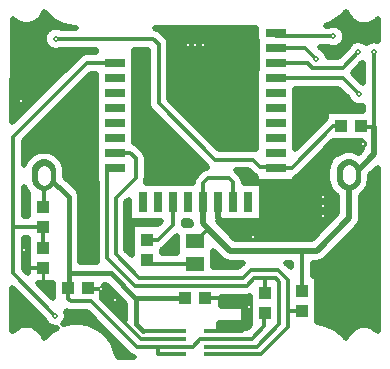
<source format=gbr>
G04 DipTrace 3.2.0.1*
G04 Âåðõíèé.gbr*
%MOIN*%
G04 #@! TF.FileFunction,Copper,L1,Top*
G04 #@! TF.Part,Single*
%AMOUTLINE3*
4,1,16,
-0.041319,-0.011881,
-0.037196,-0.02981,
-0.025701,-0.044175,
-0.009112,-0.052129,
0.009286,-0.052097,
0.025848,-0.044088,
0.037294,-0.029685,
0.041358,-0.011741,
0.041319,0.011881,
0.037196,0.02981,
0.025701,0.044175,
0.009112,0.052129,
-0.009286,0.052097,
-0.025848,0.044088,
-0.037294,0.029685,
-0.041358,0.011741,
-0.041319,-0.011881,
0*%
%ADD15C,0.011811*%
%ADD19C,0.007874*%
%ADD31C,0.043307*%
G04 #@! TA.AperFunction,CopperBalancing*
%ADD10C,0.009843*%
%ADD16C,0.019685*%
G04 #@! TA.AperFunction,ViaPad*
%ADD17C,0.023622*%
G04 #@! TA.AperFunction,Conductor*
%ADD18C,0.015748*%
%ADD20R,0.043307X0.03937*%
%ADD22R,0.059055X0.051181*%
%ADD23R,0.03937X0.043307*%
%ADD24R,0.066929X0.031496*%
%ADD25R,0.031496X0.066929*%
%ADD27R,0.019685X0.01378*%
G04 #@! TA.AperFunction,ViaPad*
%ADD29C,0.027559*%
G04 #@! TA.AperFunction,ComponentPad*
%ADD53OUTLINE3*%
%FSLAX26Y26*%
G04*
G70*
G90*
G75*
G01*
G04 Top*
%LPD*%
X-267717Y73622D2*
D15*
X-216105D1*
X-198134Y55651D1*
Y-8609D1*
X-265948Y-76424D1*
Y-264951D1*
X-186710Y-344190D1*
X158867D1*
X185963Y-317094D1*
X276513D1*
X308490Y-349071D1*
Y-454273D1*
Y-507302D1*
X218004Y-597786D1*
X40354D1*
X355110Y-454273D2*
X308490D1*
X267717Y473622D2*
Y461832D1*
X460089D1*
X267717Y423622D2*
X366883D1*
X402955Y387550D1*
X267717Y373622D2*
X374035D1*
X390542Y357115D1*
X490707D1*
X543394Y409802D1*
X267717Y323622D2*
X491969D1*
X546163Y269428D1*
X25000Y-90551D2*
D16*
Y-161104D1*
X43219Y-179323D1*
X115777Y-251881D1*
X349588D1*
X405008D1*
X512682Y-144206D1*
Y852D1*
X527923D1*
X595969Y68898D1*
Y159873D1*
D15*
Y409114D1*
X511240Y852D2*
D16*
X512682D1*
X595969Y159873D2*
D15*
X555356D1*
X552980Y162248D1*
X0Y-221343D2*
X1199D1*
X43219Y-179323D1*
X125000Y-90551D2*
Y-24446D1*
X111782Y-11228D1*
X43268D1*
X27025Y-27471D1*
Y-88526D1*
X25000Y-90551D1*
X355110Y-387344D2*
Y-257403D1*
X349588Y-251881D1*
X75000Y-90551D2*
D16*
Y-144850D1*
X137661Y-207512D1*
X191719D1*
X304341D1*
X352189Y-159664D1*
Y-12340D1*
X468976Y104448D1*
X560121D1*
X190810Y-206501D2*
D15*
X191719Y-207512D1*
X40354Y-521014D2*
X155367D1*
X180446Y-495936D1*
Y-441051D1*
X33465Y-408298D2*
X171770D1*
X180446Y-416974D1*
Y-441051D1*
X-40354Y-546605D2*
X-182155D1*
X-314379Y-414381D1*
Y-384352D1*
X-320110Y-378621D1*
X-342962D1*
X-314346D1*
X-342962D2*
X-356839Y-377710D1*
X-570508Y-251125D2*
Y-293041D1*
X-551969Y-311580D1*
X-510163D1*
X-507686Y-309104D1*
X-267717Y373622D2*
X-361768D1*
X-608394Y126996D1*
Y-174217D1*
Y-327615D1*
X-467571Y-468438D1*
X-507864Y-174217D2*
X-608394D1*
X-507686Y-242175D2*
Y-174392D1*
X-507864Y-174217D1*
X-464615Y453630D2*
X-139551D1*
X-122444Y436522D1*
Y238617D1*
X64816Y51357D1*
X191663D1*
X216286Y26734D1*
X267717D1*
Y23622D1*
X320646D1*
X459272Y162248D1*
X486051D1*
X-40354Y-521014D2*
X-173575D1*
D18*
X-196470Y-498119D1*
Y-408298D1*
X-33465D1*
X-504505Y-850D2*
Y14808D1*
X-521188Y-1874D1*
X-492711D1*
X-422324Y-72261D1*
Y-327566D1*
X-281622D1*
X-200890Y-408298D1*
X-196470D1*
X-504505Y-850D2*
X-493735D1*
X-421715Y-72870D2*
Y-377710D1*
X-423768D1*
X-40354Y-572196D2*
D15*
X-9264D1*
X16327Y-546605D1*
X40354D1*
X-40354Y-572196D2*
X-124839D1*
X-195950D1*
X-346743Y-421403D1*
X-415088D1*
X-423768Y-412723D1*
Y-377710D1*
X-40354Y-597786D2*
X-124839D1*
Y-572196D1*
X40354Y-546605D2*
X187388D1*
X229226Y-504768D1*
Y-462213D1*
X232581Y-458857D1*
X-504505Y-850D2*
Y-103929D1*
X-507864Y-107287D1*
X0Y-296146D2*
X-148308D1*
X-161831Y-282623D1*
X-75000Y-90157D2*
Y-166238D1*
X-124457Y-215694D1*
X-161831D1*
X40354Y-572196D2*
X205990D1*
X280268Y-497917D1*
Y-357336D1*
X267550Y-344618D1*
X232581D1*
X196088D1*
X171064Y-369642D1*
X-200154D1*
X-292770Y-277025D1*
Y23622D1*
X-267717D1*
X232581Y-391928D2*
Y-344618D1*
D16*
X460089Y461832D3*
X-464615Y453630D3*
D17*
X-23819Y431828D3*
X118Y431925D3*
X25106D3*
D16*
X543394Y409802D3*
X595969Y409114D3*
X402955Y387550D3*
X546163Y269428D3*
D17*
X-579537Y246337D3*
D29*
X560121Y104448D3*
D17*
X425852Y-72814D3*
X426650Y-103875D3*
X427151Y-135126D3*
D29*
X190810Y-206501D3*
D16*
X-314346Y-378621D3*
D17*
X-268184Y-417713D3*
D16*
X180446Y-441051D3*
X-467571Y-468438D3*
D17*
X-570508Y-251125D3*
X-505471Y533020D2*
D16*
X-495862D1*
X495160D2*
X505459D1*
X-521870Y513466D2*
X-472735D1*
X469251D2*
X521904D1*
X-607059Y493912D2*
X-432760D1*
X486224D2*
X606052D1*
X-607059Y474358D2*
X-500975D1*
X-107085D2*
X201961D1*
X500219D2*
X606052D1*
X-607094Y454804D2*
X-506717D1*
X-89214D2*
X201961D1*
X501583D2*
X606052D1*
X-607131Y435251D2*
X-502303D1*
X-84262D2*
X201961D1*
X492146D2*
X510349D1*
X-607131Y415697D2*
X-479768D1*
X-449455D2*
X-333467D1*
X-201962D2*
X-160650D1*
X-84262D2*
X201961D1*
X433583D2*
X496102D1*
X-607167Y396143D2*
X-392425D1*
X-201962D2*
X-160650D1*
X-84262D2*
X201961D1*
X444168D2*
X476546D1*
X-607202Y376589D2*
X-411983D1*
X-201962D2*
X-160650D1*
X-84262D2*
X201961D1*
X-607202Y357035D2*
X-431539D1*
X-201962D2*
X-160650D1*
X-84262D2*
X201961D1*
X543819D2*
X557787D1*
X-607239Y337482D2*
X-451096D1*
X-201962D2*
X-160650D1*
X-84262D2*
X201961D1*
X531295D2*
X557787D1*
X-607274Y317928D2*
X-470654D1*
X-364266D2*
X-333467D1*
X-201962D2*
X-160650D1*
X-84262D2*
X201961D1*
X550852D2*
X557802D1*
X-607274Y298374D2*
X-490210D1*
X-383824D2*
X-333467D1*
X-201962D2*
X-160650D1*
X-84262D2*
X201961D1*
X-607310Y278820D2*
X-509766D1*
X-403381D2*
X-333467D1*
X-201962D2*
X-160650D1*
X-84262D2*
X201961D1*
X333466D2*
X483579D1*
X-607346Y259266D2*
X-529324D1*
X-422937D2*
X-333467D1*
X-201962D2*
X-160650D1*
X-84262D2*
X201961D1*
X333466D2*
X503136D1*
X-607346Y239713D2*
X-548881D1*
X-442495D2*
X-333467D1*
X-201962D2*
X-160650D1*
X-70340D2*
X201961D1*
X333466D2*
X517167D1*
X-607382Y220159D2*
X-568437D1*
X-462051D2*
X-333467D1*
X-201962D2*
X-155589D1*
X-50782D2*
X201961D1*
X333466D2*
X557787D1*
X-607382Y200605D2*
X-587995D1*
X-481608D2*
X-333467D1*
X-201962D2*
X-137612D1*
X-31226D2*
X201961D1*
X333466D2*
X432121D1*
X-501129Y181051D2*
X-333467D1*
X-201962D2*
X-118055D1*
X-11668D2*
X201961D1*
X333466D2*
X424873D1*
X-520686Y161497D2*
X-333467D1*
X-201962D2*
X-98534D1*
X7853D2*
X201961D1*
X333466D2*
X405316D1*
X-540243Y141944D2*
X-333467D1*
X-201962D2*
X-78978D1*
X27409D2*
X201961D1*
X333466D2*
X385759D1*
X-559799Y122390D2*
X-333467D1*
X-201962D2*
X-59420D1*
X46966D2*
X201961D1*
X333466D2*
X366238D1*
X-570206Y102836D2*
X-333467D1*
X-192740D2*
X-39864D1*
X66524D2*
X201961D1*
X333466D2*
X346681D1*
X453067D2*
X553840D1*
X-570206Y83282D2*
X-333467D1*
X-172573D2*
X-20307D1*
X433510D2*
X510600D1*
X523234D2*
X551580D1*
X-570206Y63728D2*
X-554657D1*
X-454408D2*
X-333467D1*
X-160839D2*
X-749D1*
X413954D2*
X459644D1*
X-439121Y44175D2*
X-333467D1*
X-159942D2*
X18807D1*
X394396D2*
X444896D1*
X-433236Y24621D2*
X-333467D1*
X-159942D2*
X36139D1*
X374840D2*
X439550D1*
X-430904Y5067D2*
X-333467D1*
X-159942D2*
X6356D1*
X148661D2*
X184772D1*
X355283D2*
X437612D1*
X590899D2*
X606052D1*
X-424122Y-14487D2*
X-333467D1*
X-160408D2*
X-8752D1*
X161795D2*
X201961D1*
X333466D2*
X437827D1*
X584655D2*
X606052D1*
X-404564Y-34041D2*
X-330955D1*
X223014D2*
X442133D1*
X580420D2*
X606052D1*
X-570206Y-53594D2*
X-564112D1*
X-386766D2*
X-330955D1*
X223014D2*
X452970D1*
X569547D2*
X606052D1*
X-570206Y-73148D2*
X-559846D1*
X-381563D2*
X-330955D1*
X223014D2*
X470554D1*
X554799D2*
X606052D1*
X-570206Y-92702D2*
X-559846D1*
X-381563D2*
X-330955D1*
X223014D2*
X470554D1*
X554799D2*
X606052D1*
X-570206Y-112256D2*
X-559846D1*
X-381563D2*
X-330955D1*
X223014D2*
X470554D1*
X554799D2*
X606052D1*
X-570206Y-131810D2*
X-559846D1*
X-381563D2*
X-330955D1*
X223014D2*
X466319D1*
X554799D2*
X606052D1*
X-381563Y-151364D2*
X-330955D1*
X223014D2*
X446762D1*
X554154D2*
X606052D1*
X-381563Y-170917D2*
X-330955D1*
X-227764D2*
X-213794D1*
X93580D2*
X427205D1*
X544644D2*
X606052D1*
X-381563Y-190471D2*
X-330955D1*
X-227764D2*
X-213794D1*
X113136D2*
X407648D1*
X525194D2*
X606052D1*
X-381563Y-210025D2*
X-330955D1*
X-227764D2*
X-213794D1*
X132693D2*
X388092D1*
X505638D2*
X606052D1*
X-570206Y-229579D2*
X-559646D1*
X-381563D2*
X-330955D1*
X-227764D2*
X-213794D1*
X-85159D2*
X-61824D1*
X486081D2*
X606052D1*
X-570206Y-249133D2*
X-559646D1*
X-381563D2*
X-330955D1*
X-227764D2*
X-213794D1*
X-108556D2*
X-61824D1*
X466524D2*
X606052D1*
X-570206Y-268686D2*
X-559646D1*
X-381563D2*
X-330955D1*
X61823D2*
X73818D1*
X446967D2*
X606052D1*
X-570206Y-288240D2*
X-559646D1*
X-381563D2*
X-329161D1*
X61823D2*
X96748D1*
X424037D2*
X606052D1*
X-570206Y-307794D2*
X-559646D1*
X61823D2*
X142070D1*
X393285D2*
X606052D1*
X393285Y-327348D2*
X606052D1*
X407064Y-346902D2*
X606052D1*
X-516344Y-366455D2*
X-477722D1*
X407064D2*
X606052D1*
X-496823Y-386009D2*
X-477722D1*
X-302904D2*
X-279139D1*
X407064D2*
X606052D1*
X-608100Y-405563D2*
X-583652D1*
X-302904D2*
X-259618D1*
X407064D2*
X606052D1*
X-608135Y-425117D2*
X-564096D1*
X-289843D2*
X-240062D1*
X87408D2*
X180609D1*
X407064D2*
X606052D1*
X-608172Y-444671D2*
X-544538D1*
X-270286D2*
X-236617D1*
X165348D2*
X180609D1*
X407064D2*
X606052D1*
X-608172Y-464224D2*
X-524982D1*
X-425664D2*
X-357115D1*
X-250730D2*
X-236617D1*
X165348D2*
X180609D1*
X407064D2*
X606052D1*
X-608207Y-483778D2*
X-506644D1*
X-428499D2*
X-337559D1*
X165348D2*
X180609D1*
X407064D2*
X606052D1*
X-608243Y-503332D2*
X-585591D1*
X-540386D2*
X-489420D1*
X-334088D2*
X-318001D1*
X82492D2*
X177487D1*
X454108D2*
X540420D1*
X585588D2*
X606052D1*
X-512289Y-522886D2*
X-485294D1*
X-305022D2*
X-298425D1*
X485112D2*
X512286D1*
X-286110Y-542440D2*
X-278923D1*
X-271507Y-561993D2*
X-259331D1*
X-263755Y-581547D2*
X-239774D1*
X-258228Y-601101D2*
X-219751D1*
X-475736Y-409014D2*
Y-361073D1*
X-523720Y-361072D1*
X-475730Y-409056D1*
X-304870Y-365755D2*
Y-412045D1*
X-234682Y-482240D1*
X-234659Y-428539D1*
X-297444Y-365752D1*
X-304839Y-365755D1*
X85433Y-405858D2*
Y-435039D1*
X155083Y-435160D1*
X158012Y-436112D1*
X160503Y-437923D1*
X162314Y-440413D1*
X163265Y-443343D1*
X163386Y-472441D1*
X163265Y-485791D1*
X162314Y-488720D1*
X160503Y-491211D1*
X158012Y-493022D1*
X155083Y-493974D1*
X125984Y-494094D1*
X80518D1*
X80512Y-510386D1*
X172373Y-510385D1*
X182558Y-500211D1*
X182617Y-406888D1*
X182257Y-404089D1*
X176731Y-405416D1*
X171064Y-405862D1*
X85408D1*
X-38778Y-165437D2*
X-14951D1*
X-15157Y-161092D1*
X-21063Y-154295D1*
X-38780Y-154462D1*
Y-165438D1*
X-59843Y-259916D2*
Y-202286D1*
X-100933Y-243236D1*
X-105531Y-246577D1*
X-110606Y-249161D1*
X-111831Y-255589D1*
Y-259932D1*
X-59854Y-259925D1*
X59843Y-252764D2*
Y-307954D1*
X143891Y-307970D1*
X159799Y-292035D1*
X112626Y-291915D1*
X106403Y-290929D1*
X100409Y-288982D1*
X94795Y-286121D1*
X89697Y-282416D1*
X59850Y-252745D1*
X-503353Y542415D2*
X-506749Y534335D1*
X-511924Y525890D1*
X-518357Y518357D1*
X-525890Y511924D1*
X-534335Y506749D1*
X-543486Y502958D1*
X-553118Y500646D1*
X-562992Y499869D1*
X-572866Y500646D1*
X-582499Y502958D1*
X-591650Y506749D1*
X-600094Y511924D1*
X-607627Y518357D1*
X-609270Y520134D1*
X-609051Y469357D1*
X-609395Y177224D1*
X-385291Y401164D1*
X-380693Y404505D1*
X-375629Y407085D1*
X-370223Y408841D1*
X-364609Y409731D1*
X-331517Y409843D1*
X-331496Y417377D1*
X-447259Y417409D1*
X-452206Y415438D1*
X-458333Y413967D1*
X-464615Y413472D1*
X-470898Y413967D1*
X-477025Y415438D1*
X-482846Y417849D1*
X-488219Y421142D1*
X-493010Y425235D1*
X-497104Y430026D1*
X-500396Y435399D1*
X-502807Y441220D1*
X-504278Y447348D1*
X-504773Y453630D1*
X-504278Y459912D1*
X-502807Y466039D1*
X-500396Y471861D1*
X-497104Y477234D1*
X-493010Y482025D1*
X-488219Y486118D1*
X-482846Y489411D1*
X-477025Y491822D1*
X-470898Y493293D1*
X-464615Y493787D1*
X-458333Y493293D1*
X-452206Y491822D1*
X-447335Y489849D1*
X-397332Y489850D1*
X-425550Y492203D1*
X-447770Y499699D1*
X-476810Y517244D1*
X-502441Y541102D1*
X-502898Y541730D1*
X608034Y518798D2*
X603987Y514992D1*
X595974Y509171D1*
X587148Y504673D1*
X577728Y501613D1*
X567945Y500063D1*
X558039D1*
X548256Y501613D1*
X538836Y504673D1*
X530010Y509171D1*
X521997Y514992D1*
X514992Y521997D1*
X509171Y530010D1*
X504673Y538836D1*
X502659Y544549D1*
X491152Y530745D1*
X452117Y502677D1*
X441125Y499701D1*
X434471Y498055D1*
X442723Y498052D1*
X447680Y500024D1*
X453807Y501495D1*
X460089Y501990D1*
X466371Y501495D1*
X472499Y500024D1*
X478320Y497613D1*
X483693Y494320D1*
X488484Y490227D1*
X492577Y485436D1*
X495870Y480063D1*
X498281Y474241D1*
X499752Y468114D1*
X500247Y461832D1*
X499752Y455550D1*
X498281Y449423D1*
X495870Y443601D1*
X492577Y438228D1*
X488484Y433437D1*
X483693Y429344D1*
X478320Y426051D1*
X472499Y423640D1*
X466371Y422169D1*
X460089Y421675D1*
X453807Y422169D1*
X447680Y423640D1*
X442808Y425613D1*
X416131Y425612D1*
X423937Y421790D1*
X429035Y418085D1*
X433491Y413630D1*
X437196Y408531D1*
X440056Y402917D1*
X442004Y396924D1*
X442677Y393331D1*
X475696Y393336D1*
X505516Y423148D1*
X507613Y428033D1*
X510906Y433406D1*
X514999Y438197D1*
X519790Y442290D1*
X525163Y445583D1*
X530984Y447993D1*
X537112Y449465D1*
X543394Y449959D1*
X549676Y449465D1*
X555803Y447993D1*
X561625Y445583D1*
X566997Y442290D1*
X570062Y439794D1*
X574987Y443354D1*
X580601Y446215D1*
X586594Y448163D1*
X592818Y449148D1*
X599119D1*
X605343Y448163D1*
X608034Y447403D1*
X608022Y518778D1*
X-610217Y-521157D2*
X-603987Y-514992D1*
X-595974Y-509171D1*
X-587148Y-504673D1*
X-577728Y-501613D1*
X-567945Y-500063D1*
X-558039D1*
X-548256Y-501613D1*
X-538836Y-504673D1*
X-530010Y-509171D1*
X-521997Y-514992D1*
X-514992Y-521997D1*
X-509171Y-530010D1*
X-504673Y-538836D1*
X-502711Y-544362D1*
X-497098Y-536143D1*
X-480345Y-520202D1*
X-462554Y-508542D1*
X-470722Y-508472D1*
X-476945Y-507487D1*
X-482938Y-505539D1*
X-488552Y-502678D1*
X-493651Y-498974D1*
X-498106Y-494518D1*
X-501811Y-489420D1*
X-504672Y-483806D1*
X-505400Y-481829D1*
X-610030Y-377203D1*
X-610218Y-521081D1*
X503085Y-543140D2*
X506749Y-534335D1*
X511924Y-525890D1*
X518357Y-518357D1*
X525890Y-511924D1*
X534335Y-506749D1*
X543486Y-502958D1*
X553118Y-500646D1*
X562992Y-499869D1*
X572866Y-500646D1*
X582499Y-502958D1*
X591650Y-506749D1*
X600094Y-511924D1*
X607627Y-518357D1*
X608034Y-518798D1*
X608022Y24151D1*
X582878Y-984D1*
X582824Y-13218D1*
X580135Y-26546D1*
X577484Y-37829D1*
X575720Y-42247D1*
X573281Y-46343D1*
X559268Y-63902D1*
X555762Y-67117D1*
X553823Y-68513D1*
X552840Y-72639D1*
X552717Y-147357D1*
X551731Y-153580D1*
X549783Y-159573D1*
X546923Y-165188D1*
X543218Y-170286D1*
X515096Y-198585D1*
X431088Y-282416D1*
X425990Y-286121D1*
X420375Y-288982D1*
X414382Y-290929D1*
X408159Y-291915D1*
X391336Y-292038D1*
X391331Y-335379D1*
X405110Y-335375D1*
Y-490688D1*
X433760Y-495301D1*
X466337Y-509710D1*
X496699Y-533710D1*
X503085Y-543159D1*
X443269Y212248D2*
X559755D1*
X559748Y231605D1*
X552445Y229765D1*
X546163Y229270D1*
X539881Y229765D1*
X533753Y231236D1*
X527932Y233647D1*
X522559Y236940D1*
X517768Y241033D1*
X513675Y245824D1*
X510382Y251197D1*
X508333Y256037D1*
X476984Y287383D1*
X331530Y287402D1*
X331461Y227559D1*
X331496Y114567D1*
Y85680D1*
X433668Y187867D1*
X434083Y194925D1*
Y212248D1*
X443269D1*
X501024Y112248D2*
X460474D1*
X344169Y-3920D1*
X339571Y-7261D1*
X334507Y-9841D1*
X331828Y-10828D1*
X331496Y-12992D1*
Y-22441D1*
X203937D1*
Y-7333D1*
X197361Y-4150D1*
X192762Y-808D1*
X176643Y15154D1*
X136652Y15136D1*
X152542Y-923D1*
X155883Y-5521D1*
X158463Y-10585D1*
X160219Y-15991D1*
X161109Y-21605D1*
X161614Y-26772D1*
X221063D1*
Y-154331D1*
X75024D1*
X132386Y-211698D1*
X388379Y-211723D1*
X472500Y-127597D1*
X472433Y-70659D1*
X468318Y-68272D1*
X464627Y-65270D1*
X456130Y-55091D1*
X448962Y-45983D1*
X446608Y-41849D1*
X444927Y-37390D1*
X439936Y-15484D1*
X439591Y-1894D1*
X439656Y14921D1*
X442345Y28249D1*
X445546Y41140D1*
X447555Y45453D1*
X450213Y49398D1*
X463213Y65605D1*
X466718Y68820D1*
X470692Y71451D1*
X490938Y81192D1*
X495492Y82567D1*
X500214Y83214D1*
X522678Y83206D1*
X527378Y82470D1*
X531913Y81004D1*
X545009Y74777D1*
X555832Y85552D1*
X555811Y112282D1*
X501012Y112283D1*
X-211831Y-267811D2*
Y-163726D1*
X-123735D1*
X-114316Y-154331D1*
X-221063D1*
Y-82741D1*
X-229740Y-91440D1*
X-229727Y-249924D1*
X-211841Y-267835D1*
X559757Y373160D2*
X556785Y371972D1*
X525794Y340978D1*
X559524Y307290D1*
X559748Y334413D1*
Y373133D1*
X-427537Y-471589D2*
X-428522Y-477812D1*
X-430470Y-483806D1*
X-433331Y-489420D1*
X-437035Y-494518D1*
X-439420Y-497059D1*
X-412546Y-490617D1*
X-387831Y-490062D1*
X-360776Y-494049D1*
X-337123Y-502707D1*
X-314354Y-516503D1*
X-294978Y-533454D1*
X-273875Y-561135D1*
X-262820Y-588983D1*
X-258824Y-607459D1*
X-204406Y-607415D1*
X-209811Y-605659D1*
X-214875Y-603079D1*
X-219474Y-599738D1*
X-254041Y-565328D1*
X-361753Y-457617D1*
X-417929Y-457512D1*
X-423543Y-456622D1*
X-428959Y-454862D1*
X-429379Y-456029D1*
X-427908Y-462156D1*
X-427413Y-468438D1*
X-427537Y-471589D1*
X-328986Y-22441D2*
X-331496D1*
Y219685D1*
Y337378D1*
X-346769Y337402D1*
X-572159Y112007D1*
X-572173Y31938D1*
X-570748Y37831D1*
X-568986Y42248D1*
X-566546Y46344D1*
X-552533Y63903D1*
X-549028Y67118D1*
X-545054Y69749D1*
X-524807Y79490D1*
X-520253Y80865D1*
X-515531Y81512D1*
X-493067Y81504D1*
X-488367Y80768D1*
X-483832Y79302D1*
X-464185Y69881D1*
X-460210Y67266D1*
X-456694Y64063D1*
X-442227Y45984D1*
X-439873Y41850D1*
X-438192Y37391D1*
X-433201Y15486D1*
X-432856Y1895D1*
X-432840Y-7723D1*
X-392676Y-48068D1*
X-389154Y-52916D1*
X-386433Y-58256D1*
X-384581Y-63955D1*
X-383644Y-69874D1*
X-383526Y-118802D1*
Y-289360D1*
X-326836Y-289377D1*
X-328545Y-282692D1*
X-328991Y-277025D1*
Y-22427D1*
X-203937Y127593D2*
Y107713D1*
X-199661Y105895D1*
X-194815Y102925D1*
X-190493Y99234D1*
X-170592Y79175D1*
X-167251Y74576D1*
X-164671Y69512D1*
X-162915Y64106D1*
X-162025Y58492D1*
X-161913Y9719D1*
X-162025Y-11450D1*
X-162913Y-17064D1*
X-164671Y-22470D1*
X-165866Y-25062D1*
X-161877Y-26772D1*
X-121076D1*
X-121063Y-26378D1*
X-28937D1*
Y-26773D1*
X-9163Y-26772D1*
X-8749Y-21804D1*
X-7423Y-16278D1*
X-5248Y-11028D1*
X-2278Y-6181D1*
X1421Y-1852D1*
X19744Y16314D1*
X24343Y19655D1*
X29407Y22235D1*
X34812Y23991D1*
X37613Y24547D1*
X39205Y25745D1*
X-149986Y215093D1*
X-153327Y219692D1*
X-155907Y224756D1*
X-157664Y230161D1*
X-158552Y235776D1*
X-158664Y284549D1*
Y417428D1*
X-203963Y417409D1*
X-203937Y177559D1*
X-203972Y127559D1*
X203937Y85440D2*
Y269685D1*
X203972Y419685D1*
X203937Y488957D1*
X-133885Y489404D1*
X-128358Y488077D1*
X-123108Y485903D1*
X-118261Y482933D1*
X-113940Y479241D1*
X-94902Y460046D1*
X-91560Y455448D1*
X-88980Y450383D1*
X-87223Y444978D1*
X-86335Y439364D1*
X-86223Y390591D1*
Y253621D1*
X79797Y87601D1*
X194504Y87466D1*
X200118Y86576D1*
X202866Y85801D1*
X-557844Y-59007D2*
X-566783Y-47685D1*
X-569138Y-43551D1*
X-570819Y-39092D1*
X-572173Y-38358D1*
Y-138009D1*
X-557833Y-137996D1*
X-557864Y-58959D1*
X-557705Y-226185D2*
X-557864Y-210432D1*
X-572203Y-210437D1*
X-572173Y-312622D1*
X-557688Y-327098D1*
X-557686Y-226214D1*
X302657Y-292016D2*
X318898Y-308255D1*
X318890Y-292071D1*
X302688Y-292038D1*
X-356839Y-377710D2*
D10*
X-304906D1*
X33465Y-408298D2*
X85398D1*
X75000Y-90551D2*
Y-154295D1*
X-507686Y-309104D2*
Y-361037D1*
X-557650Y-309104D2*
X-507686D1*
D20*
X-423768Y-377710D3*
X-356839D3*
X33465Y-408298D3*
X-33465D3*
D22*
X0Y-221343D3*
Y-296146D3*
D20*
X486051Y162248D3*
X552980D3*
D23*
X-161831Y-282623D3*
Y-215694D3*
X232581Y-458857D3*
Y-391928D3*
X355110Y-454273D3*
Y-387344D3*
D24*
X-267717Y23622D3*
Y73622D3*
Y123622D3*
Y173622D3*
Y223622D3*
Y273622D3*
Y323622D3*
Y373622D3*
X267717Y23622D3*
Y73622D3*
Y123622D3*
Y173622D3*
Y223622D3*
Y273622D3*
Y323622D3*
Y373622D3*
Y423622D3*
Y473622D3*
D25*
X-25000Y-90551D3*
X25000D3*
X-75000Y-90157D3*
X75000Y-90551D3*
X-125000D3*
X125000D3*
X-175000D3*
X175000D3*
D27*
X-40354Y-546605D3*
Y-572196D3*
X40354D3*
Y-546605D3*
X-40354Y-521014D3*
Y-597786D3*
X40354D3*
Y-521014D3*
D53*
X511240Y852D3*
X-504505Y-850D3*
D23*
X-507864Y-174217D3*
Y-107287D3*
X-507686Y-242175D3*
Y-309104D3*
G04 Top Clear*
%LPC*%
D19*
X460089Y461832D3*
X-464615Y453630D3*
D15*
X-23819Y431828D3*
X118Y431925D3*
X25106D3*
D19*
X543394Y409802D3*
X595969Y409114D3*
X402955Y387550D3*
X546163Y269428D3*
D15*
X-579537Y246337D3*
X560121Y104448D3*
X425852Y-72814D3*
X426650Y-103875D3*
X427151Y-135126D3*
X190810Y-206501D3*
D19*
X-314346Y-378621D3*
D15*
X-268184Y-417713D3*
D19*
X180446Y-441051D3*
X-467571Y-468438D3*
D15*
X-570508Y-251125D3*
X511220Y12663D2*
D31*
X511260Y-10959D1*
X-504525Y10961D2*
X-504485Y-12661D1*
M02*

</source>
